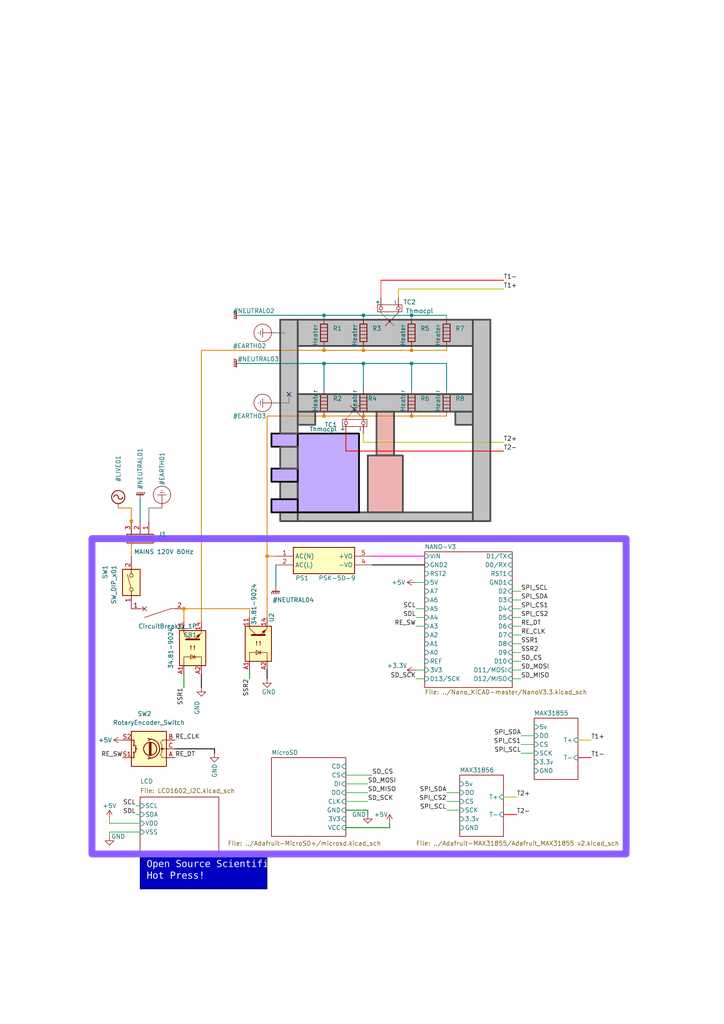
<source format=kicad_sch>
(kicad_sch (version 20230121) (generator eeschema)
  (paper "A4" portrait)
  (lib_symbols
    (symbol "Connector:Screw_Terminal_01x03" (pin_names (offset 1.016) hide)
      (property "Reference" "J" (at 0 5.08 0))
      (property "Value" "Screw_Terminal_01x03" (at 0 -5.08 0))
      (symbol "Screw_Terminal_01x03_1_1"
        (rectangle (start -1.27 3.81) (end 1.27 -3.81) (stroke (width 0.254)) (fill (type background)))
        (circle (center 0 -2.54) (radius 0.635) (stroke (width 0.1524)))
        (polyline (pts (xy -0.5334 -2.2098) (xy 0.3302 -3.048)) (stroke (width 0.1524)))
        (polyline (pts (xy -0.5334 0.3302) (xy 0.3302 -0.508)) (stroke (width 0.1524)))
        (polyline (pts (xy -0.5334 2.8702) (xy 0.3302 2.032)) (stroke (width 0.1524)))
        (polyline (pts (xy -0.3556 -2.032) (xy 0.508 -2.8702)) (stroke (width 0.1524)))
        (polyline (pts (xy -0.3556 0.508) (xy 0.508 -0.3302)) (stroke (width 0.1524)))
        (polyline (pts (xy -0.3556 3.048) (xy 0.508 2.2098)) (stroke (width 0.1524)))
        (circle (center 0 0) (radius 0.635) (stroke (width 0.1524)))
        (circle (center 0 2.54) (radius 0.635) (stroke (width 0.1524)))
        (pin passive line (at -5.08 2.54 0) (length 3.81) (name "Pin_1") (number "1"))
        (pin passive line (at -5.08 0 0) (length 3.81) (name "Pin_2") (number "2"))
        (pin passive line (at -5.08 -2.54 0) (length 3.81) (name "Pin_3") (number "3"))
      )
    )
    (symbol "Device:CircuitBreaker_1P"
      (property "Reference" "CB" (at 1.905 0 0))
      (property "Value" "CircuitBreaker_1P" (at 1.905 1.905 0))
      (symbol "CircuitBreaker_1P_0_1"
        (polyline (pts (xy 0 -5.08) (xy 0 -3.81)))
        (polyline (pts (xy 0 -3.81) (xy -2.54 3.81)))
      )
      (symbol "CircuitBreaker_1P_1_1"
        (polyline (pts (xy -0.635 4.445) (xy 0.635 3.175)))
        (polyline (pts (xy 0 5.08) (xy 0 3.81)))
        (polyline (pts (xy 0.635 4.445) (xy -0.635 3.175)))
        (pin passive line (at 0 7.62 270) (length 2.54) (name "~") (number "1"))
        (pin passive line (at 0 -7.62 90) (length 2.54) (name "~") (number "2"))
      )
    )
    (symbol "Device:Heater" (pin_numbers hide) (pin_names (offset 0))
      (property "Reference" "R" (at 2.032 0 90))
      (property "Value" "Heater" (at -2.032 0 90))
      (symbol "Heater_0_1"
        (rectangle (start -1.016 -2.54) (end 1.016 2.54) (stroke (width 0.254)))
        (polyline (pts (xy -1.016 1.524) (xy 1.016 1.524)))
        (polyline (pts (xy 1.016 -1.524) (xy -1.016 -1.524)))
        (polyline (pts (xy 1.016 -0.508) (xy -1.016 -0.508)))
        (polyline (pts (xy 1.016 0.508) (xy -1.016 0.508)))
      )
      (symbol "Heater_1_1"
        (pin passive line (at 0 3.81 270) (length 1.27) (name "~") (number "1"))
        (pin passive line (at 0 -3.81 90) (length 1.27) (name "~") (number "2"))
      )
    )
    (symbol "Device:RotaryEncoder_Switch" (pin_names (offset 0.254) hide)
      (property "Reference" "SW" (at 0 6.604 0))
      (property "Value" "RotaryEncoder_Switch" (at 0 -6.604 0))
      (symbol "RotaryEncoder_Switch_0_1"
        (rectangle (start -5.08 5.08) (end 5.08 -5.08) (stroke (width 0.254)) (fill (type background)))
        (circle (center -3.81 0) (radius 0.254) (fill (type outline)))
        (circle (center -0.381 0) (radius 1.905) (stroke (width 0.254)))
        (arc (start -0.381 2.667) (mid -3.0988 -0.0635) (end -0.381 -2.794) (stroke (width 0.254)))
        (polyline (pts (xy -0.635 -1.778) (xy -0.635 1.778)) (stroke (width 0.254)))
        (polyline (pts (xy -0.381 -1.778) (xy -0.381 1.778)) (stroke (width 0.254)))
        (polyline (pts (xy -0.127 1.778) (xy -0.127 -1.778)) (stroke (width 0.254)))
        (polyline (pts (xy 3.81 0) (xy 3.429 0)) (stroke (width 0.254)))
        (polyline (pts (xy 3.81 1.016) (xy 3.81 -1.016)) (stroke (width 0.254)))
        (polyline (pts (xy -5.08 -2.54) (xy -3.81 -2.54) (xy -3.81 -2.032)))
        (polyline (pts (xy -5.08 2.54) (xy -3.81 2.54) (xy -3.81 2.032)))
        (polyline (pts (xy 0.254 -3.048) (xy -0.508 -2.794) (xy 0.127 -2.413)) (stroke (width 0.254)))
        (polyline (pts (xy 0.254 2.921) (xy -0.508 2.667) (xy 0.127 2.286)) (stroke (width 0.254)))
        (polyline (pts (xy 5.08 -2.54) (xy 4.318 -2.54) (xy 4.318 -1.016)) (stroke (width 0.254)))
        (polyline (pts (xy 5.08 2.54) (xy 4.318 2.54) (xy 4.318 1.016)) (stroke (width 0.254)))
        (polyline (pts (xy -5.08 0) (xy -3.81 0) (xy -3.81 -1.016) (xy -3.302 -2.032)))
        (polyline (pts (xy -4.318 0) (xy -3.81 0) (xy -3.81 1.016) (xy -3.302 2.032)))
        (circle (center 4.318 -1.016) (radius 0.127) (stroke (width 0.254)))
        (circle (center 4.318 1.016) (radius 0.127) (stroke (width 0.254)))
      )
      (symbol "RotaryEncoder_Switch_1_1"
        (pin passive line (at -7.62 2.54 0) (length 2.54) (name "A") (number "A"))
        (pin passive line (at -7.62 -2.54 0) (length 2.54) (name "B") (number "B"))
        (pin passive line (at -7.62 0 0) (length 2.54) (name "C") (number "C"))
        (pin passive line (at 7.62 2.54 180) (length 2.54) (name "S1") (number "S1"))
        (pin passive line (at 7.62 -2.54 180) (length 2.54) (name "S2") (number "S2"))
      )
    )
    (symbol "Device:Thermocouple_Block" (pin_numbers hide) (pin_names (offset 0))
      (property "Reference" "TC" (at -3.048 3.81 0))
      (property "Value" "Thermocouple_Block" (at -5.08 -4.064 0))
      (symbol "Thermocouple_Block_0_1"
        (circle (center -1.778 0) (radius 0.254) (fill (type outline)))
        (polyline (pts (xy -2.794 -1.016) (xy -3.048 -1.27)))
        (polyline (pts (xy -2.286 -0.508) (xy -2.54 -0.762)))
        (polyline (pts (xy -1.778 0) (xy -2.032 -0.254)))
        (polyline (pts (xy -1.27 0.508) (xy -1.524 0.254)))
        (polyline (pts (xy -0.762 1.016) (xy -1.016 0.762)))
        (polyline (pts (xy -0.254 1.524) (xy -0.508 1.27)))
        (polyline (pts (xy 0.254 2.032) (xy 0 1.778)))
        (polyline (pts (xy 0.762 2.54) (xy 0.508 2.286)))
        (polyline (pts (xy 1.27 -2.54) (xy 1.016 -2.54)))
        (polyline (pts (xy 1.27 2.54) (xy 0.762 2.54)))
        (polyline (pts (xy 1.524 -2.54) (xy 0.762 -2.54) (xy -3.048 1.27)))
        (rectangle (start 1.016 3.556) (end 3.048 -3.556))
        (circle (center 2.032 -2.54) (radius 0.508))
        (circle (center 2.032 2.54) (radius 0.508))
      )
      (symbol "Thermocouple_Block_1_1"
        (pin passive line (at 5.08 2.54 180) (length 2.54) (name "+") (number "1"))
        (pin passive line (at 5.08 -2.54 180) (length 2.54) (name "-") (number "2"))
      )
    )
    (symbol "GND_1" (power) (pin_names (offset 0))
      (property "Value" "GND_1" (at 0 -3.81 0))
      (symbol "GND_1_0_1"
        (polyline (pts (xy 0 0) (xy 0 -1.27) (xy 1.27 -1.27) (xy 0 -2.54) (xy -1.27 -1.27) (xy 0 -1.27)))
      )
      (symbol "GND_1_1_1"
        (pin power_in line (at 0 0 270) (length 0) hide (name "GND") (number "1"))
      )
    )
    (symbol "Relay_SolidState:34.81-9024"
      (property "Reference" "U" (at -5.08 5.08 0))
      (property "Value" "34.81-9024" (at 0 5.08 0))
      (symbol "34.81-9024_0_1"
        (rectangle (start -5.08 3.81) (end 5.08 -3.81) (stroke (width 0.254)) (fill (type background)))
        (polyline (pts (xy -3.175 -0.635) (xy -1.905 -0.635)))
        (polyline (pts (xy 2.54 1.905) (xy 2.54 -1.905) (xy 2.54 -1.905)) (stroke (width 0.508)))
        (polyline (pts (xy -5.08 2.54) (xy -2.54 2.54) (xy -2.54 -2.54) (xy -5.08 -2.54)))
        (polyline (pts (xy -2.54 -0.635) (xy -3.175 0.635) (xy -1.905 0.635) (xy -2.54 -0.635)))
        (polyline (pts (xy -0.508 -0.508) (xy 0.762 -0.508) (xy 0.381 -0.635) (xy 0.381 -0.381) (xy 0.762 -0.508)))
        (polyline (pts (xy -0.508 0.508) (xy 0.762 0.508) (xy 0.381 0.381) (xy 0.381 0.635) (xy 0.762 0.508)))
        (polyline (pts (xy 3.048 -1.651) (xy 3.556 -1.143) (xy 4.064 -2.159) (xy 3.048 -1.651) (xy 3.048 -1.651)) (fill (type outline)))
        (polyline (pts (xy 5.08 2.54) (xy 4.445 2.54) (xy 2.54 0.635) (xy 2.54 -0.635) (xy 4.445 -2.54) (xy 5.08 -2.54)))
      )
      (symbol "34.81-9024_1_1"
        (pin passive line (at 7.62 2.54 180) (length 2.54) (name "~") (number "11"))
        (pin passive line (at 7.62 -2.54 180) (length 2.54) (name "~") (number "14"))
        (pin passive line (at -7.62 2.54 0) (length 2.54) (name "~") (number "A1"))
        (pin passive line (at -7.62 -2.54 0) (length 2.54) (name "~") (number "A2"))
      )
    )
    (symbol "SamacSys_Parts:PSK-5D-9"
      (property "Reference" "PS" (at 24.13 7.62 0))
      (property "Value" "PSK-5D-9" (at 24.13 5.08 0))
      (symbol "PSK-5D-9_1_1"
        (rectangle (start 5.08 2.54) (end 22.86 -5.08) (stroke (width 0.254)) (fill (type background)))
        (pin passive line (at 0 0 0) (length 5.08) (name "AC(N)") (number "1"))
        (pin passive line (at 0 -2.54 0) (length 5.08) (name "AC(L)") (number "2"))
        (pin passive line (at 27.94 -2.54 180) (length 5.08) (name "-VO") (number "4"))
        (pin passive line (at 27.94 0 180) (length 5.08) (name "+VO") (number "5"))
      )
    )
    (symbol "Switch:SW_DIP_x01" (pin_names (offset 0) hide)
      (property "Reference" "SW" (at 0 3.81 0))
      (property "Value" "SW_DIP_x01" (at 0 -3.81 0))
      (symbol "SW_DIP_x01_0_0"
        (circle (center -2.032 0) (radius 0.508))
        (polyline (pts (xy -1.524 0.127) (xy 2.3622 1.1684)))
        (circle (center 2.032 0) (radius 0.508))
      )
      (symbol "SW_DIP_x01_0_1"
        (rectangle (start -3.81 2.54) (end 3.81 -2.54) (stroke (width 0.254)) (fill (type background)))
      )
      (symbol "SW_DIP_x01_1_1"
        (pin passive line (at -7.62 0 0) (length 5.08) (name "~") (number "1"))
        (pin passive line (at 7.62 0 180) (length 5.08) (name "~") (number "2"))
      )
    )
    (symbol "power:+3.3V" (power) (pin_names (offset 0))
      (property "Value" "+3.3V" (at 0 3.556 0))
      (symbol "+3.3V_0_1"
        (polyline (pts (xy -0.762 1.27) (xy 0 2.54)))
        (polyline (pts (xy 0 0) (xy 0 2.54)))
        (polyline (pts (xy 0 2.54) (xy 0.762 1.27)))
      )
      (symbol "+3.3V_1_1"
        (pin power_in line (at 0 0 90) (length 0) hide (name "+3.3V") (number "1"))
      )
    )
    (symbol "power:+5V" (power) (pin_names (offset 0))
      (property "Value" "+5V" (at 0 3.556 0))
      (symbol "+5V_0_1"
        (polyline (pts (xy -0.762 1.27) (xy 0 2.54)))
        (polyline (pts (xy 0 0) (xy 0 2.54)))
        (polyline (pts (xy 0 2.54) (xy 0.762 1.27)))
      )
      (symbol "+5V_1_1"
        (pin power_in line (at 0 0 90) (length 0) hide (name "+5V") (number "1"))
      )
    )
    (symbol "power:AC" (power) (pin_names (offset 0))
      (property "Value" "AC" (at 0 6.35 0))
      (symbol "AC_0_1"
        (polyline (pts (xy 0 0) (xy 0 1.27)))
        (arc (start 0 3.175) (mid -0.635 3.8073) (end -1.27 3.175) (stroke (width 0.254)))
        (arc (start 0 3.175) (mid 0.635 2.5427) (end 1.27 3.175) (stroke (width 0.254)))
        (circle (center 0 3.175) (radius 1.905) (stroke (width 0.254)))
      )
      (symbol "AC_1_1"
        (pin power_in line (at 0 0 90) (length 0) hide (name "AC") (number "1"))
      )
    )
    (symbol "power:Earth_Protective" (power) (pin_names (offset 0))
      (symbol "Earth_Protective_0_1"
        (circle (center 0 -3.81) (radius 2.54))
        (polyline (pts (xy -0.635 -4.445) (xy 0.635 -4.445)))
        (polyline (pts (xy -0.127 -5.08) (xy 0.127 -5.08)))
        (polyline (pts (xy 0 -3.81) (xy 0 0)))
        (polyline (pts (xy 1.27 -3.81) (xy -1.27 -3.81)))
      )
      (symbol "Earth_Protective_1_1"
        (pin power_in line (at 0 0 270) (length 0) hide (name "Earth_Protective") (number "1"))
      )
    )
    (symbol "power:GND" (power) (pin_names (offset 0))
      (property "Value" "GND" (at 0 -3.81 0))
      (symbol "GND_0_1"
        (polyline (pts (xy 0 0) (xy 0 -1.27) (xy 1.27 -1.27) (xy 0 -2.54) (xy -1.27 -1.27) (xy 0 -1.27)))
      )
      (symbol "GND_1_1"
        (pin power_in line (at 0 0 270) (length 0) hide (name "GND") (number "1"))
      )
    )
    (symbol "power:GNDPWR" (power) (pin_names (offset 0))
      (property "Value" "GNDPWR" (at 0 -3.302 0))
      (symbol "GNDPWR_0_1"
        (polyline (pts (xy 0 -1.27) (xy 0 0)))
        (polyline (pts (xy -1.016 -1.27) (xy -1.27 -2.032) (xy -1.27 -2.032)) (stroke (width 0.2032)))
        (polyline (pts (xy -0.508 -1.27) (xy -0.762 -2.032) (xy -0.762 -2.032)) (stroke (width 0.2032)))
        (polyline (pts (xy 0 -1.27) (xy -0.254 -2.032) (xy -0.254 -2.032)) (stroke (width 0.2032)))
        (polyline (pts (xy 0.508 -1.27) (xy 0.254 -2.032) (xy 0.254 -2.032)) (stroke (width 0.2032)))
        (polyline (pts (xy 1.016 -1.27) (xy -1.016 -1.27) (xy -1.016 -1.27)) (stroke (width 0.2032)))
        (polyline (pts (xy 1.016 -1.27) (xy 0.762 -2.032) (xy 0.762 -2.032) (xy 0.762 -2.032)) (stroke (width 0.2032)))
      )
      (symbol "GNDPWR_1_1"
        (pin power_in line (at 0 0 270) (length 0) hide (name "GNDPWR") (number "1"))
      )
    )
  )
  (junction (at 105.41 105.41) (color 0 132 132 1))
  (junction (at 93.98 105.41) (color 0 132 132 1))
  (junction (at 93.98 120.65) (color 221 133 0 1))
  (junction (at 38.1 151.13) (color 221 133 0 1))
  (junction (at 105.41 91.44) (color 0 132 132 1))
  (junction (at 53.34 176.53) (color 221 133 0 1))
  (junction (at 119.38 120.65) (color 221 133 0 1))
  (junction (at 77.47 161.29) (color 221 133 0 1))
  (junction (at 119.38 101.6) (color 221 133 0 1))
  (junction (at 105.41 101.6) (color 221 133 0 1))
  (junction (at 119.38 91.44) (color 0 132 132 1))
  (junction (at 93.98 91.44) (color 0 132 132 1))
  (junction (at 119.38 105.41) (color 0 132 132 1))
  (junction (at 105.41 120.65) (color 221 133 0 1))
  (junction (at 93.98 101.6) (color 221 133 0 1))
  (no_connect (at 83.82 114.3))
  (wire (pts (xy 38.1 147.32) (xy 38.1 151.13)) (stroke (width 0.25) (color 221 133 0 1)))
  (wire (pts (xy 93.98 105.41) (xy 105.41 105.41)) (stroke (width 0.25) (color 0 132 132 1)))
  (wire (pts (xy 151.13 194.31) (xy 148.59 194.31)))
  (wire (pts (xy 34.29 147.32) (xy 38.1 147.32)) (stroke (width 0.25) (color 221 133 0 1)))
  (wire (pts (xy 31.75 237.49) (xy 31.75 238.76)))
  (wire (pts (xy 119.38 105.41) (xy 119.38 113.03)) (stroke (width 0.25) (color 0 132 132 1)))
  (wire (pts (xy 151.13 215.9) (xy 154.94 215.9)))
  (wire (pts (xy 107.95 161.29) (xy 123.19 161.29)) (stroke (width 0.25) (color 255 0 255 1)))
  (wire (pts (xy 100.33 130.81) (xy 146.05 130.81)) (stroke (width 0.25) (color 255 0 0 1)))
  (wire (pts (xy 100.33 125.73) (xy 100.33 130.81)) (stroke (width 0.25) (color 255 0 0 1)))
  (wire (pts (xy 46.99 147.32) (xy 43.18 147.32)) (stroke (width 0.25) (color 132 132 132 1)))
  (wire (pts (xy 100.33 224.79) (xy 107.95 224.79)))
  (wire (pts (xy 151.13 181.61) (xy 148.59 181.61)))
  (wire (pts (xy 129.54 113.03) (xy 129.54 105.41)) (stroke (width 0.25) (color 0 132 132 1)))
  (wire (pts (xy 113.03 240.03) (xy 100.33 240.03)) (stroke (width 0.25)))
  (wire (pts (xy 39.37 236.22) (xy 40.64 236.22)))
  (wire (pts (xy 113.03 238.76) (xy 113.03 240.03)) (stroke (width 0.25)))
  (wire (pts (xy 106.68 236.22) (xy 106.68 234.95)) (stroke (width 0.25)))
  (wire (pts (xy 151.13 184.15) (xy 148.59 184.15)))
  (wire (pts (xy 93.98 91.44) (xy 105.41 91.44)) (stroke (width 0.25) (color 0 132 132 1)))
  (wire (pts (xy 120.65 181.61) (xy 123.19 181.61)))
  (wire (pts (xy 93.98 100.33) (xy 93.98 101.6)) (stroke (width 0.25) (color 221 133 0 1)))
  (wire (pts (xy 129.54 92.71) (xy 129.54 91.44)))
  (wire (pts (xy 107.95 163.83) (xy 123.19 163.83)) (stroke (width 0.25) (color 0 0 0 1)))
  (wire (pts (xy 38.1 151.13) (xy 38.1 161.29)) (stroke (width 0.25) (color 221 133 0 1)))
  (wire (pts (xy 110.49 81.28) (xy 146.05 81.28)) (stroke (width 0.25) (color 255 0 0 1)))
  (wire (pts (xy 77.47 161.29) (xy 77.47 179.07)) (stroke (width 0.25) (color 221 133 0 1)))
  (wire (pts (xy 105.41 91.44) (xy 119.38 91.44)) (stroke (width 0.25) (color 0 132 132 1)))
  (wire (pts (xy 80.01 96.52) (xy 82.55 96.52)) (stroke (width 0.25) (color 132 132 132 1)))
  (wire (pts (xy 123.19 194.31) (xy 120.65 194.31)))
  (wire (pts (xy 151.13 213.36) (xy 154.94 213.36)))
  (wire (pts (xy 167.64 214.63) (xy 171.45 214.63)) (stroke (width 0.25) (color 194 194 0 1)))
  (wire (pts (xy 151.13 176.53) (xy 148.59 176.53)))
  (wire (pts (xy 123.19 168.91) (xy 120.65 168.91)))
  (wire (pts (xy 31.75 238.76) (xy 40.64 238.76)))
  (wire (pts (xy 69.85 105.41) (xy 93.98 105.41)) (stroke (width 0.25) (color 0 132 132 1)))
  (wire (pts (xy 129.54 232.41) (xy 133.35 232.41)))
  (wire (pts (xy 83.82 116.84) (xy 83.82 114.3)) (stroke (width 0.25) (color 132 132 132 1)))
  (wire (pts (xy 129.54 101.6) (xy 129.54 100.33)) (stroke (width 0.25) (color 221 133 0 1)))
  (wire (pts (xy 77.47 120.65) (xy 77.47 161.29)) (stroke (width 0.25) (color 221 133 0 1)))
  (wire (pts (xy 105.41 100.33) (xy 105.41 101.6)) (stroke (width 0.25) (color 221 133 0 1)))
  (wire (pts (xy 62.23 217.17) (xy 62.23 218.44)) (stroke (width 0.25) (color 0 0 0 1)))
  (wire (pts (xy 119.38 91.44) (xy 129.54 91.44)) (stroke (width 0.25) (color 0 132 132 1)))
  (wire (pts (xy 31.75 242.57) (xy 31.75 241.3)))
  (wire (pts (xy 53.34 176.53) (xy 53.34 180.34)) (stroke (width 0.25) (color 221 133 0 1)))
  (wire (pts (xy 151.13 179.07) (xy 148.59 179.07)))
  (wire (pts (xy 146.05 236.22) (xy 149.86 236.22)) (stroke (width 0.25) (color 255 0 0 1)))
  (wire (pts (xy 72.39 196.85) (xy 72.39 194.31)) (stroke (width 0.25)))
  (wire (pts (xy 62.23 217.17) (xy 50.8 217.17)) (stroke (width 0.25) (color 0 0 0 1)))
  (wire (pts (xy 123.19 179.07) (xy 120.65 179.07)))
  (wire (pts (xy 80.01 170.18) (xy 80.01 163.83)) (stroke (width 0.25) (color 0 132 132 1)))
  (wire (pts (xy 129.54 101.6) (xy 119.38 101.6)) (stroke (width 0.25) (color 221 133 0 1)))
  (wire (pts (xy 69.85 91.44) (xy 93.98 91.44)) (stroke (width 0.25) (color 0 132 132 1)))
  (wire (pts (xy 100.33 229.87) (xy 106.68 229.87)))
  (wire (pts (xy 93.98 91.44) (xy 93.98 92.71)) (stroke (width 0) (color 0 132 132 1)))
  (wire (pts (xy 119.38 120.65) (xy 129.54 120.65)) (stroke (width 0.25) (color 221 133 0 1)))
  (wire (pts (xy 40.64 144.78) (xy 40.64 151.13)) (stroke (width 0.25) (color 0 132 132 1)))
  (wire (pts (xy 77.47 161.29) (xy 80.01 161.29)) (stroke (width 0.25) (color 221 133 0 1)))
  (wire (pts (xy 123.19 176.53) (xy 120.65 176.53)))
  (wire (pts (xy 93.98 105.41) (xy 93.98 113.03)) (stroke (width 0.25) (color 0 132 132 1)))
  (wire (pts (xy 58.42 101.6) (xy 58.42 180.34)) (stroke (width 0.25) (color 221 133 0 1)))
  (wire (pts (xy 93.98 120.65) (xy 105.41 120.65)) (stroke (width 0.25) (color 221 133 0 1)))
  (wire (pts (xy 110.49 86.36) (xy 110.49 81.28)) (stroke (width 0) (color 255 0 0 1)))
  (wire (pts (xy 151.13 196.85) (xy 148.59 196.85)))
  (wire (pts (xy 129.54 234.95) (xy 133.35 234.95)))
  (wire (pts (xy 151.13 173.99) (xy 148.59 173.99)))
  (wire (pts (xy 129.54 229.87) (xy 133.35 229.87)))
  (wire (pts (xy 120.65 196.85) (xy 123.19 196.85)))
  (wire (pts (xy 105.41 128.27) (xy 105.41 125.73)) (stroke (width 0.25) (color 194 194 0 1)))
  (wire (pts (xy 80.01 116.84) (xy 83.82 116.84)) (stroke (width 0.25) (color 132 132 132 1)))
  (wire (pts (xy 31.75 241.3) (xy 40.64 241.3)))
  (wire (pts (xy 151.13 191.77) (xy 148.59 191.77)))
  (wire (pts (xy 148.59 186.69) (xy 151.13 186.69)))
  (wire (pts (xy 119.38 105.41) (xy 129.54 105.41)) (stroke (width 0.25) (color 0 132 132 1)))
  (wire (pts (xy 105.41 101.6) (xy 93.98 101.6)) (stroke (width 0.25) (color 221 133 0 1)))
  (wire (pts (xy 100.33 227.33) (xy 106.68 227.33)))
  (wire (pts (xy 167.64 219.71) (xy 171.45 219.71)) (stroke (width 0.25) (color 255 0 0 1)))
  (wire (pts (xy 105.41 105.41) (xy 105.41 113.03)) (stroke (width 0.25) (color 0 132 132 1)))
  (wire (pts (xy 43.18 147.32) (xy 43.18 151.13)) (stroke (width 0.25) (color 132 132 132 1)))
  (wire (pts (xy 151.13 218.44) (xy 154.94 218.44)))
  (wire (pts (xy 72.39 179.07) (xy 72.39 176.53)) (stroke (width 0.25) (color 221 133 0 1)))
  (wire (pts (xy 119.38 101.6) (xy 105.41 101.6)) (stroke (width 0.25) (color 221 133 0 1)))
  (wire (pts (xy 115.57 83.82) (xy 146.05 83.82)) (stroke (width 0.25) (color 194 194 0 1)))
  (wire (pts (xy 58.42 199.39) (xy 58.42 195.58)) (stroke (width 0.25) (color 0 0 0 1)))
  (wire (pts (xy 39.37 233.68) (xy 40.64 233.68)))
  (wire (pts (xy 105.41 91.44) (xy 105.41 92.71)) (stroke (width 0) (color 0 132 132 1)))
  (wire (pts (xy 58.42 101.6) (xy 93.98 101.6)) (stroke (width 0.25) (color 221 133 0 1)))
  (wire (pts (xy 105.41 128.27) (xy 146.05 128.27)) (stroke (width 0.25) (color 194 194 0 1)))
  (wire (pts (xy 53.34 176.53) (xy 72.39 176.53)) (stroke (width 0.25) (color 221 133 0 1)))
  (wire (pts (xy 106.68 234.95) (xy 100.33 234.95)) (stroke (width 0.25)))
  (wire (pts (xy 119.38 91.44) (xy 119.38 92.71)) (stroke (width 0) (color 0 132 132 1)))
  (wire (pts (xy 148.59 189.23) (xy 151.13 189.23)))
  (wire (pts (xy 146.05 231.14) (xy 149.86 231.14)) (stroke (width 0.25) (color 194 194 0 1)))
  (wire (pts (xy 119.38 100.33) (xy 119.38 101.6)) (stroke (width 0.25) (color 221 133 0 1)))
  (wire (pts (xy 151.13 171.45) (xy 148.59 171.45)))
  (wire (pts (xy 100.33 232.41) (xy 106.68 232.41)))
  (wire (pts (xy 105.41 120.65) (xy 119.38 120.65)) (stroke (width 0.25) (color 221 133 0 1)))
  (wire (pts (xy 77.47 196.85) (xy 77.47 194.31)) (stroke (width 0.25) (color 0 0 0 1)))
  (wire (pts (xy 77.47 120.65) (xy 93.98 120.65)) (stroke (width 0.25) (color 221 133 0 1)))
  (wire (pts (xy 105.41 105.41) (xy 119.38 105.41)) (stroke (width 0.25) (color 0 132 132 1)))
  (wire (pts (xy 115.57 83.82) (xy 115.57 86.36)) (stroke (width 0.25) (color 194 194 0 1)))
  (wire (pts (xy 53.34 199.39) (xy 53.34 195.58)) (stroke (width 0.25)))
  (rectangle (start 81.28 139.7) (end 86.36 144.78) (stroke (width 0.5) (color 72 72 72 0.3)) (fill (type color) (color 132 132 132 0.5)))
  (rectangle (start 40.64 247.65) (end 77.47 257.81) (stroke (width 0) (color 0 0 0 1)) (fill (type color) (color 0 0 194 1)))
  (rectangle (start 26.67 156.21) (end 181.61 247.65) (stroke (width 2) (color 137 91 255 0.5490196078)))
  (rectangle (start 109.22 119.38) (end 114.3 132.08) (stroke (width 0.5) (color 72 72 72 0.5)) (fill (type color) (color 194 0 0 0.3)))
  (rectangle (start 86.36 114.3) (end 137.16 119.38) (stroke (width 0.5) (color 72 72 72 0.3)) (fill (type color) (color 132 132 132 0.5)))
  (rectangle (start 86.36 92.71) (end 137.16 100.33) (stroke (width 0.5) (color 72 72 72 0.3)) (fill (type color) (color 132 132 132 0.5)))
  (rectangle (start 106.68 132.08) (end 116.84 148.59) (stroke (width 0.5) (color 72 72 72 0.5)) (fill (type color) (color 194 0 0 0.3)))
  (rectangle (start 132.08 119.38) (end 137.16 123.19) (stroke (width 0.5) (color 72 72 72 0.3)) (fill (type color) (color 132 132 132 0.5)))
  (rectangle (start 78.74 144.78) (end 86.36 148.59) (stroke (width 0.5) (color 0 0 0 0.3)) (fill (type color) (color 137 91 255 0.5)))
  (rectangle (start 78.74 135.89) (end 86.36 139.7) (stroke (width 0.5) (color 0 0 0 0.3)) (fill (type color) (color 137 91 255 0.5)))
  (rectangle (start 86.36 119.38) (end 91.44 123.19) (stroke (width 0.5) (color 72 72 72 0.3)) (fill (type color) (color 132 132 132 0.5)))
  (rectangle (start 137.16 92.71) (end 142.24 151.13) (stroke (width 0.5) (color 72 72 72 0.3)) (fill (type color) (color 132 132 132 0.5)))
  (rectangle (start 78.74 125.73) (end 86.36 129.54) (stroke (width 0.5) (color 0 0 0 0.3)) (fill (type color) (color 137 91 255 0.5)))
  (rectangle (start 81.28 129.54) (end 86.36 135.89) (stroke (width 0.5) (color 72 72 72 0.3)) (fill (type color) (color 132 132 132 0.5)))
  (rectangle (start 86.36 148.59) (end 137.16 151.13) (stroke (width 0.5) (color 72 72 72 0.3)) (fill (type color) (color 132 132 132 0.5)))
  (rectangle (start 86.36 125.73) (end 104.14 148.59) (stroke (width 0.5) (color 0 0 0 0.3)) (fill (type color) (color 137 91 255 0.5)))
  (rectangle (start 81.28 92.71) (end 86.36 125.73) (stroke (width 0.5) (color 72 72 72 0.3)) (fill (type color) (color 132 132 132 0.5)))
  (rectangle (start 81.28 148.59) (end 86.36 151.13) (stroke (width 0.5) (color 72 72 72 0.3)) (fill (type color) (color 132 132 132 0.5)))
  (text "Open Source Scientific\nHot Press!" (at 42.545 255.905 0) (effects (font (size 2 2)) (justify left bottom)))
  (label "SCL" (at 39.37 233.68 180))
  (label "SSR1" (at 53.34 199.39 270))
  (label "SSR2" (at 151.13 189.23 0))
  (label "T2+" (at 146.05 128.27 0))
  (label "SPI_CS1" (at 151.13 215.9 180))
  (label "RE_SW" (at 35.56 219.71 180))
  (label "SDL" (at 39.37 236.22 180))
  (label "SSR2" (at 72.39 196.85 270))
  (label "SPI_CS2" (at 151.13 179.07 0))
  (label "SD_MISO" (at 106.68 229.87 0))
  (label "RE_DT" (at 151.13 181.61 0))
  (label "SD_SCK" (at 120.65 196.85 180))
  (label "T1-" (at 146.05 81.28 0))
  (label "T2+" (at 149.86 231.14 0))
  (label "SPI_SCL" (at 151.13 171.45 0))
  (label "SPI_SCL" (at 129.54 234.95 180))
  (label "T1+" (at 171.45 214.63 0))
  (label "T1+" (at 146.05 83.82 0))
  (label "T2-" (at 149.86 236.22 0))
  (label "SCL" (at 120.65 176.53 180))
  (label "SPI_SDA" (at 151.13 213.36 180))
  (label "T1-" (at 171.45 219.71 0))
  (label "RE_SW" (at 120.65 181.61 180))
  (label "SSR1" (at 151.13 186.69 0))
  (label "SPI_SDA" (at 151.13 173.99 0))
  (label "SPI_CS1" (at 151.13 176.53 0))
  (label "SPI_SCL" (at 151.13 218.44 180))
  (label "RE_CLK" (at 151.13 184.15 0))
  (label "SD_MOSI" (at 106.68 227.33 0))
  (label "SD_CS" (at 151.13 191.77 0))
  (label "SDL" (at 120.65 179.07 180))
  (label "RE_DT" (at 50.8 219.71 0))
  (label "SD_CS" (at 107.95 224.79 0))
  (label "SPI_SDA" (at 129.54 229.87 180))
  (label "SD_MISO" (at 151.13 196.85 0))
  (label "T2-" (at 146.05 130.81 0))
  (label "SD_MOSI" (at 151.13 194.31 0))
  (label "SD_SCK" (at 106.68 232.41 0))
  (label "SPI_CS2" (at 129.54 232.41 180))
  (label "RE_CLK" (at 50.8 214.63 0))
  (symbol (lib_id "power:Earth_Protective") (at 80.01 116.84 270) (unit 1)
    (property "Reference" "#EARTH03" (at 72.39 120.65 90))
    (property "Value" "Earth_Protective" (effects hide))
  )
  (symbol (lib_id "power:GND") (at 77.47 196.85 0) (unit 1)
    (property "Reference" "#PWR02" (effects hide))
    (property "Value" "GND" (at 80.01 200.66 0) (effects (justify right)))
  )
  (symbol (lib_id "Device:RotaryEncoder_Switch") (at 43.18 217.17 180) (unit 1)
    (property "Reference" "SW2" (at 41.91 207.01 0))
    (property "Value" "RotaryEncoder_Switch" (at 43.18 209.55 0))
  )
  (symbol (lib_id "power:Earth_Protective") (at 46.99 147.32 180) (unit 1)
    (property "Reference" "#EARTH01" (at 46.99 135.89 90))
    (property "Value" "Earth_Protective" (effects hide))
  )
  (symbol (lib_id "Connector:Screw_Terminal_01x03") (at 40.64 156.21 270) (unit 1)
    (property "Reference" "J1" (at 48.26 154.94 90) (effects (justify right)))
    (property "Value" "MAINS 120V 60Hz " (at 57.15 160.02 90) (effects (justify right)))
  )
  (symbol (lib_id "Device:Heater") (at 119.38 116.84 0) (unit 1)
    (property "Reference" "R6" (at 121.92 115.57 0) (effects (justify left)))
    (property "Value" "Heater" (at 116.84 119.38 90) (effects (justify left)))
  )
  (symbol (lib_id "power:GND") (at 58.42 199.39 0) (unit 1)
    (property "Reference" "#PWR01" (effects hide))
    (property "Value" "GND" (at 57.15 203.2 90) (effects (justify right)))
  )
  (symbol (lib_id "Device:Heater") (at 119.38 96.52 0) (unit 1)
    (property "Reference" "R5" (at 121.92 95.25 0) (effects (justify left)))
    (property "Value" "Heater" (at 116.84 100.33 90) (effects (justify left)))
  )
  (symbol (lib_id "power:GND") (at 31.75 242.57 0) (mirror y) (unit 1)
    (property "Reference" "#PWR046" (effects hide))
    (property "Value" "GND" (at 34.29 242.57 0))
  )
  (symbol (lib_id "Relay_SolidState:34.81-9024") (at 55.88 187.96 90) (unit 1)
    (property "Reference" "U1" (effects hide))
    (property "Value" "34.81-9024" (at 49.53 187.96 0))
    (property "Footprint" "OptoDevice:Finder_34.81" (effects hide))
    (property "Datasheet" "http://www.us.liteon.com/downloads/LTV-817-827-847.PDF" (effects hide))
  )
  (symbol (lib_id "Device:Heater") (at 105.41 116.84 0) (unit 1)
    (property "Reference" "R4" (at 106.68 115.57 0) (effects (justify left)))
    (property "Value" "Heater" (at 102.87 119.38 90) (effects (justify left)))
  )
  (symbol (lib_id "Device:Thermocouple_Block") (at 102.87 120.65 90) (mirror x) (unit 1)
    (property "Reference" "TC1" (at 97.79 123.19 90) (effects (justify left)))
    (property "Value" "Thmocpl" (at 97.79 124.46 90) (effects (justify left)))
  )
  (symbol (lib_id "power:+3.3V") (at 120.65 194.31 90) (mirror x) (unit 1)
    (property "Reference" "#PWR034" (effects hide))
    (property "Value" "+3.3V" (at 118.11 193.04 90) (effects (justify left)))
  )
  (symbol (lib_name "GND_1") (lib_id "power:GND") (at 106.68 236.22 0) (mirror y) (unit 1)
    (property "Reference" "#PWR04" (effects hide))
    (property "Value" "GND" (at 104.14 236.22 0))
  )
  (symbol (lib_id "Device:Heater") (at 93.98 96.52 0) (unit 1)
    (property "Reference" "R1" (at 96.52 95.25 0) (effects (justify left)))
    (property "Value" "Heater" (at 91.44 100.33 90) (effects (justify left)))
  )
  (symbol (lib_id "power:GNDPWR") (at 69.85 105.41 270) (unit 1)
    (property "Reference" "#NEUTRAL03" (at 74.93 104.14 90))
    (property "Value" "GNDPWR" (effects hide))
  )
  (symbol (lib_id "SamacSys_Parts:PSK-5D-9") (at 80.01 161.29 0) (unit 1)
    (property "Reference" "PS1" (at 87.63 167.64 0))
    (property "Value" "PSK-5D-9" (at 97.79 167.64 0))
    (property "Footprint" "Converter_ACDC:Converter_ACDC_HiLink_HLK-5Mxx" (effects hide))
    (property "Height" "18.1" (effects hide))
    (property "Mouser Part Number" "490-PSK-5D-9" (effects hide))
    (property "Mouser Price/Stock" "https://www.mouser.co.uk/ProductDetail/CUI-Inc/PSK-5D-9?qs=DRkmTr78QAS7xBfnsfADZA%3D%3D" (effects hide))
    (property "Manufacturer_Name" "CUI Inc." (effects hide))
    (property "Manufacturer_Part_Number" "PSK-5D-9" (effects hide))
  )
  (symbol (lib_id "Device:Heater") (at 105.41 96.52 0) (unit 1)
    (property "Reference" "R3" (at 107.95 95.25 0) (effects (justify left)))
    (property "Value" "Heater" (at 102.87 100.33 90) (effects (justify left)))
  )
  (symbol (lib_id "Device:Thermocouple_Block") (at 113.03 91.44 90) (unit 1)
    (property "Reference" "TC2" (at 120.65 87.63 90) (effects (justify left)))
    (property "Value" "Thmocpl" (at 125.73 90.17 90) (effects (justify left)))
  )
  (symbol (lib_id "power:GND") (at 62.23 218.44 0) (mirror y) (unit 1)
    (property "Reference" "#PWR045" (effects hide))
    (property "Value" "GND" (at 62.23 223.52 90))
  )
  (symbol (lib_id "Relay_SolidState:34.81-9024") (at 74.93 186.69 90) (unit 1)
    (property "Reference" "U2" (at 78.74 179.07 0))
    (property "Value" "34.81-9024" (at 73.66 175.26 0))
    (property "Footprint" "OptoDevice:Finder_34.81" (effects hide))
    (property "Datasheet" "http://www.us.liteon.com/downloads/LTV-817-827-847.PDF" (effects hide))
  )
  (symbol (lib_id "power:+5V") (at 113.03 238.76 0) (mirror y) (unit 1)
    (property "Reference" "#PWR03" (effects hide))
    (property "Value" "+5V" (at 110.49 236.22 0))
  )
  (symbol (lib_id "power:Earth_Protective") (at 80.01 96.52 270) (unit 1)
    (property "Reference" "#EARTH02" (at 72.39 100.33 90))
    (property "Value" "Earth_Protective" (effects hide))
  )
  (symbol (lib_id "power:AC") (at 34.29 147.32 0) (unit 1)
    (property "Reference" "#LIVE01" (at 34.29 135.89 90))
    (property "Value" "AC" (effects hide))
  )
  (symbol (lib_id "power:+5V") (at 120.65 168.91 90) (mirror x) (unit 1)
    (property "Reference" "#PWR044" (effects hide))
    (property "Value" "+5V" (at 115.57 168.91 90))
  )
  (symbol (lib_id "power:+5V") (at 31.75 237.49 0) (mirror y) (unit 1)
    (property "Reference" "#PWR047" (effects hide))
    (property "Value" "+5V" (at 31.75 233.68 0))
  )
  (symbol (lib_id "Switch:SW_DIP_x01") (at 38.1 168.91 90) (unit 1)
    (property "Reference" "SW1" (at 30.48 163.83 0) (effects (justify right)))
    (property "Value" "SW_DIP_x01" (at 33.02 163.83 0) (effects (justify right)))
  )
  (symbol (lib_id "power:+5V") (at 35.56 214.63 90) (mirror x) (unit 1)
    (property "Reference" "#PWR017" (effects hide))
    (property "Value" "+5V" (at 30.48 214.63 90))
  )
  (symbol (lib_id "Device:Heater") (at 129.54 116.84 0) (unit 1)
    (property "Reference" "R8" (at 132.08 115.57 0) (effects (justify left)))
    (property "Value" "Heater" (at 127 119.38 90) (effects (justify left)))
  )
  (symbol (lib_id "Device:Heater") (at 129.54 96.52 0) (unit 1)
    (property "Reference" "R7" (at 132.08 95.25 0) (effects (justify left)))
    (property "Value" "Heater" (at 127 100.33 90) (effects (justify left)))
  )
  (symbol (lib_id "power:GNDPWR") (at 40.64 144.78 180) (unit 1)
    (property "Reference" "#NEUTRAL01" (at 40.64 135.89 90))
    (property "Value" "GNDPWR" (effects hide))
  )
  (symbol (lib_id "power:GNDPWR") (at 69.85 91.44 270) (unit 1)
    (property "Reference" "#NEUTRAL02" (at 73.66 90.17 90))
    (property "Value" "GNDPWR" (effects hide))
  )
  (symbol (lib_id "power:GNDPWR") (at 80.01 170.18 0) (unit 1)
    (property "Reference" "#NEUTRAL04" (at 85.09 173.99 0))
    (property "Value" "GNDPWR" (effects hide))
  )
  (symbol (lib_id "Device:Heater") (at 93.98 116.84 0) (unit 1)
    (property "Reference" "R2" (at 96.52 115.57 0) (effects (justify left)))
    (property "Value" "Heater" (at 91.44 119.38 90) (effects (justify left)))
  )
  (symbol (lib_id "Device:CircuitBreaker_1P") (at 45.72 176.53 90) (unit 1)
    (property "Reference" "CB1" (at 57.15 184.15 90) (effects (justify left)))
    (property "Value" "CircuitBreaker_1P" (at 57.15 181.61 90) (effects (justify left)))
  )
  (sheet (at 78.74 219.71) (size 21.59 22.86) (stroke (width 0.1524))
    (property "Sheetname" "MicroSD" (at 78.74 218.9984 0) (effects (justify left bottom)))
    (property "Sheetfile" "../Adafruit-MicroSD+/microsd.kicad_sch" (at 66.04 243.84 0) (effects (justify left top)))
    (pin "GND" input (at 100.33 234.95 0))
    (pin "3V3" input (at 100.33 237.49 0))
    (pin "VCC" input (at 100.33 240.03 0))
    (pin "DI" input (at 100.33 227.33 0))
    (pin "CS" input (at 100.33 224.79 0))
    (pin "CD" input (at 100.33 222.25 0))
    (pin "CLK" input (at 100.33 232.41 0))
    (pin "DO" input (at 100.33 229.87 0))
  )
  (sheet (at 40.64 231.14) (size 22.86 16.51) (stroke (width 0.1524))
    (property "Sheetname" "LCD" (at 40.64 227.33 0) (effects (justify left bottom)))
    (property "Sheetfile" "LCD1602_I2C.kicad_sch" (at 40.64 228.6 0) (effects (justify left top)))
    (pin "SCL" input (at 40.64 233.68 180))
    (pin "SDA" input (at 40.64 236.22 180))
    (pin "VDD" input (at 40.64 238.76 180))
    (pin "VSS" input (at 40.64 241.3 180))
  )
  (sheet (at 154.94 208.28) (size 12.7 17.78) (stroke (width 0.1524))
    (property "Sheetname" "MAX31855" (at 154.94 207.5684 0) (effects (justify left bottom)))
    (property "Sheetfile" "../Adafruit-MAX31855/Adafruit_MAX31855 v2.kicad_sch" (effects hide))
    (pin "5v" input (at 154.94 210.82 180))
    (pin "DO" input (at 154.94 213.36 180))
    (pin "CS" input (at 154.94 215.9 180))
    (pin "SCK" input (at 154.94 218.44 180))
    (pin "3.3v" input (at 154.94 220.98 180))
    (pin "GND" input (at 154.94 223.52 180))
    (pin "T+" input (at 167.64 214.63 0))
    (pin "T-" input (at 167.64 219.71 0))
  )
  (sheet (at 123.19 160.02) (size 25.4 39.37) (stroke (width 0.1524))
    (property "Sheetname" "NANO-V3" (at 123.19 159.3084 0) (effects (justify left bottom)))
    (property "Sheetfile" "../Nano_KiCAD-master/NanoV3.3.kicad_sch" (at 123.19 199.9746 0) (effects (justify left top)))
    (pin "D2" input (at 148.59 171.45 0))
    (pin "D3" input (at 148.59 173.99 0))
    (pin "D4" input (at 148.59 176.53 0))
    (pin "D7" input (at 148.59 184.15 0))
    (pin "D8" input (at 148.59 186.69 0))
    (pin "D9" input (at 148.59 189.23 0))
    (pin "D10" input (at 148.59 191.77 0))
    (pin "D11{slash}MOSI" input (at 148.59 194.31 0))
    (pin "D12{slash}MISO" input (at 148.59 196.85 0))
    (pin "D1{slash}TX" input (at 148.59 161.29 0))
    (pin "D0{slash}RX" input (at 148.59 163.83 0))
    (pin "D6" input (at 148.59 181.61 0))
    (pin "D5" input (at 148.59 179.07 0))
    (pin "5V" input (at 123.19 168.91 180))
    (pin "3V3" input (at 123.19 194.31 180))
    (pin "A1" input (at 123.19 186.69 180))
    (pin "A2" input (at 123.19 184.15 180))
    (pin "A3" input (at 123.19 181.61 180))
    (pin "A0" input (at 123.19 189.23 180))
    (pin "VIN" input (at 123.19 161.29 180))
    (pin "D13{slash}SCK" input (at 123.19 196.85 180))
    (pin "A7" input (at 123.19 171.45 180))
    (pin "A6" input (at 123.19 173.99 180))
    (pin "A4" input (at 123.19 179.07 180))
    (pin "A5" input (at 123.19 176.53 180))
    (pin "REF" input (at 123.19 191.77 180))
    (pin "RST2" input (at 123.19 166.37 180))
    (pin "RST1" input (at 148.59 166.37 0))
    (pin "GND1" input (at 148.59 168.91 0))
    (pin "GND2" input (at 123.19 163.83 180))
  )
  (sheet (at 133.35 224.79) (size 12.7 17.78) (stroke (width 0.1524))
    (property "Sheetname" "MAX31856" (at 133.35 224.0784 0) (effects (justify left bottom)))
    (property "Sheetfile" "../Adafruit-MAX31855/Adafruit_MAX31855 v2.kicad_sch" (at 120.65 243.84 0) (effects (justify left top)))
    (pin "5v" input (at 133.35 227.33 180))
    (pin "DO" input (at 133.35 229.87 180))
    (pin "CS" input (at 133.35 232.41 180))
    (pin "SCK" input (at 133.35 234.95 180))
    (pin "3.3v" input (at 133.35 237.49 180))
    (pin "GND" input (at 133.35 240.03 180))
    (pin "T+" input (at 146.05 231.14 0))
    (pin "T-" input (at 146.05 236.22 0))
  )
)
</source>
